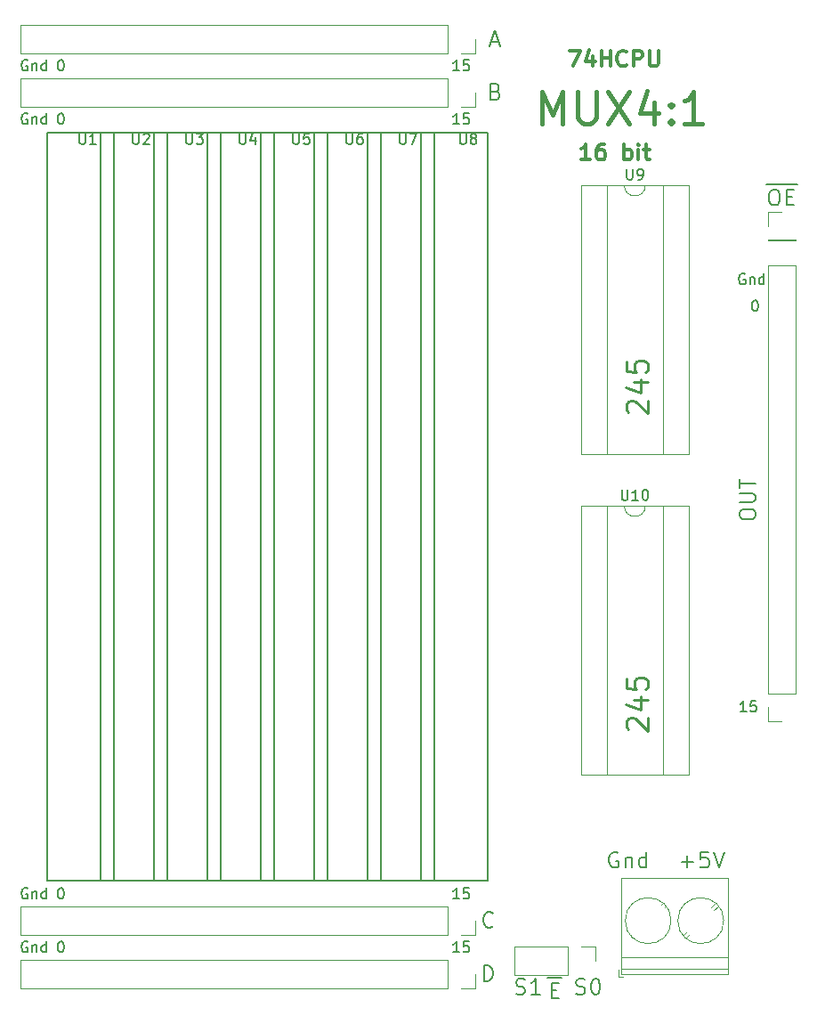
<source format=gbr>
%TF.GenerationSoftware,KiCad,Pcbnew,(5.1.8)-1*%
%TF.CreationDate,2023-06-16T08:46:22+03:00*%
%TF.ProjectId,MUX16bit,4d555831-3662-4697-942e-6b696361645f,rev?*%
%TF.SameCoordinates,Original*%
%TF.FileFunction,Legend,Top*%
%TF.FilePolarity,Positive*%
%FSLAX46Y46*%
G04 Gerber Fmt 4.6, Leading zero omitted, Abs format (unit mm)*
G04 Created by KiCad (PCBNEW (5.1.8)-1) date 2023-06-16 08:46:22*
%MOMM*%
%LPD*%
G01*
G04 APERTURE LIST*
%ADD10C,0.150000*%
%ADD11C,0.250000*%
%ADD12C,0.200000*%
%ADD13C,0.300000*%
%ADD14C,0.400000*%
%ADD15C,0.120000*%
G04 APERTURE END LIST*
D10*
X91392380Y-111212380D02*
X91487619Y-111212380D01*
X91582857Y-111260000D01*
X91630476Y-111307619D01*
X91678095Y-111402857D01*
X91725714Y-111593333D01*
X91725714Y-111831428D01*
X91678095Y-112021904D01*
X91630476Y-112117142D01*
X91582857Y-112164761D01*
X91487619Y-112212380D01*
X91392380Y-112212380D01*
X91297142Y-112164761D01*
X91249523Y-112117142D01*
X91201904Y-112021904D01*
X91154285Y-111831428D01*
X91154285Y-111593333D01*
X91201904Y-111402857D01*
X91249523Y-111307619D01*
X91297142Y-111260000D01*
X91392380Y-111212380D01*
X129349523Y-112212380D02*
X128778095Y-112212380D01*
X129063809Y-112212380D02*
X129063809Y-111212380D01*
X128968571Y-111355238D01*
X128873333Y-111450476D01*
X128778095Y-111498095D01*
X130254285Y-111212380D02*
X129778095Y-111212380D01*
X129730476Y-111688571D01*
X129778095Y-111640952D01*
X129873333Y-111593333D01*
X130111428Y-111593333D01*
X130206666Y-111640952D01*
X130254285Y-111688571D01*
X130301904Y-111783809D01*
X130301904Y-112021904D01*
X130254285Y-112117142D01*
X130206666Y-112164761D01*
X130111428Y-112212380D01*
X129873333Y-112212380D01*
X129778095Y-112164761D01*
X129730476Y-112117142D01*
X129349523Y-28392380D02*
X128778095Y-28392380D01*
X129063809Y-28392380D02*
X129063809Y-27392380D01*
X128968571Y-27535238D01*
X128873333Y-27630476D01*
X128778095Y-27678095D01*
X130254285Y-27392380D02*
X129778095Y-27392380D01*
X129730476Y-27868571D01*
X129778095Y-27820952D01*
X129873333Y-27773333D01*
X130111428Y-27773333D01*
X130206666Y-27820952D01*
X130254285Y-27868571D01*
X130301904Y-27963809D01*
X130301904Y-28201904D01*
X130254285Y-28297142D01*
X130206666Y-28344761D01*
X130111428Y-28392380D01*
X129873333Y-28392380D01*
X129778095Y-28344761D01*
X129730476Y-28297142D01*
X91392380Y-27392380D02*
X91487619Y-27392380D01*
X91582857Y-27440000D01*
X91630476Y-27487619D01*
X91678095Y-27582857D01*
X91725714Y-27773333D01*
X91725714Y-28011428D01*
X91678095Y-28201904D01*
X91630476Y-28297142D01*
X91582857Y-28344761D01*
X91487619Y-28392380D01*
X91392380Y-28392380D01*
X91297142Y-28344761D01*
X91249523Y-28297142D01*
X91201904Y-28201904D01*
X91154285Y-28011428D01*
X91154285Y-27773333D01*
X91201904Y-27582857D01*
X91249523Y-27487619D01*
X91297142Y-27440000D01*
X91392380Y-27392380D01*
X88257142Y-106180000D02*
X88161904Y-106132380D01*
X88019047Y-106132380D01*
X87876190Y-106180000D01*
X87780952Y-106275238D01*
X87733333Y-106370476D01*
X87685714Y-106560952D01*
X87685714Y-106703809D01*
X87733333Y-106894285D01*
X87780952Y-106989523D01*
X87876190Y-107084761D01*
X88019047Y-107132380D01*
X88114285Y-107132380D01*
X88257142Y-107084761D01*
X88304761Y-107037142D01*
X88304761Y-106703809D01*
X88114285Y-106703809D01*
X88733333Y-106465714D02*
X88733333Y-107132380D01*
X88733333Y-106560952D02*
X88780952Y-106513333D01*
X88876190Y-106465714D01*
X89019047Y-106465714D01*
X89114285Y-106513333D01*
X89161904Y-106608571D01*
X89161904Y-107132380D01*
X90066666Y-107132380D02*
X90066666Y-106132380D01*
X90066666Y-107084761D02*
X89971428Y-107132380D01*
X89780952Y-107132380D01*
X89685714Y-107084761D01*
X89638095Y-107037142D01*
X89590476Y-106941904D01*
X89590476Y-106656190D01*
X89638095Y-106560952D01*
X89685714Y-106513333D01*
X89780952Y-106465714D01*
X89971428Y-106465714D01*
X90066666Y-106513333D01*
X88257142Y-111260000D02*
X88161904Y-111212380D01*
X88019047Y-111212380D01*
X87876190Y-111260000D01*
X87780952Y-111355238D01*
X87733333Y-111450476D01*
X87685714Y-111640952D01*
X87685714Y-111783809D01*
X87733333Y-111974285D01*
X87780952Y-112069523D01*
X87876190Y-112164761D01*
X88019047Y-112212380D01*
X88114285Y-112212380D01*
X88257142Y-112164761D01*
X88304761Y-112117142D01*
X88304761Y-111783809D01*
X88114285Y-111783809D01*
X88733333Y-111545714D02*
X88733333Y-112212380D01*
X88733333Y-111640952D02*
X88780952Y-111593333D01*
X88876190Y-111545714D01*
X89019047Y-111545714D01*
X89114285Y-111593333D01*
X89161904Y-111688571D01*
X89161904Y-112212380D01*
X90066666Y-112212380D02*
X90066666Y-111212380D01*
X90066666Y-112164761D02*
X89971428Y-112212380D01*
X89780952Y-112212380D01*
X89685714Y-112164761D01*
X89638095Y-112117142D01*
X89590476Y-112021904D01*
X89590476Y-111736190D01*
X89638095Y-111640952D01*
X89685714Y-111593333D01*
X89780952Y-111545714D01*
X89971428Y-111545714D01*
X90066666Y-111593333D01*
X88257142Y-32520000D02*
X88161904Y-32472380D01*
X88019047Y-32472380D01*
X87876190Y-32520000D01*
X87780952Y-32615238D01*
X87733333Y-32710476D01*
X87685714Y-32900952D01*
X87685714Y-33043809D01*
X87733333Y-33234285D01*
X87780952Y-33329523D01*
X87876190Y-33424761D01*
X88019047Y-33472380D01*
X88114285Y-33472380D01*
X88257142Y-33424761D01*
X88304761Y-33377142D01*
X88304761Y-33043809D01*
X88114285Y-33043809D01*
X88733333Y-32805714D02*
X88733333Y-33472380D01*
X88733333Y-32900952D02*
X88780952Y-32853333D01*
X88876190Y-32805714D01*
X89019047Y-32805714D01*
X89114285Y-32853333D01*
X89161904Y-32948571D01*
X89161904Y-33472380D01*
X90066666Y-33472380D02*
X90066666Y-32472380D01*
X90066666Y-33424761D02*
X89971428Y-33472380D01*
X89780952Y-33472380D01*
X89685714Y-33424761D01*
X89638095Y-33377142D01*
X89590476Y-33281904D01*
X89590476Y-32996190D01*
X89638095Y-32900952D01*
X89685714Y-32853333D01*
X89780952Y-32805714D01*
X89971428Y-32805714D01*
X90066666Y-32853333D01*
X88257142Y-27440000D02*
X88161904Y-27392380D01*
X88019047Y-27392380D01*
X87876190Y-27440000D01*
X87780952Y-27535238D01*
X87733333Y-27630476D01*
X87685714Y-27820952D01*
X87685714Y-27963809D01*
X87733333Y-28154285D01*
X87780952Y-28249523D01*
X87876190Y-28344761D01*
X88019047Y-28392380D01*
X88114285Y-28392380D01*
X88257142Y-28344761D01*
X88304761Y-28297142D01*
X88304761Y-27963809D01*
X88114285Y-27963809D01*
X88733333Y-27725714D02*
X88733333Y-28392380D01*
X88733333Y-27820952D02*
X88780952Y-27773333D01*
X88876190Y-27725714D01*
X89019047Y-27725714D01*
X89114285Y-27773333D01*
X89161904Y-27868571D01*
X89161904Y-28392380D01*
X90066666Y-28392380D02*
X90066666Y-27392380D01*
X90066666Y-28344761D02*
X89971428Y-28392380D01*
X89780952Y-28392380D01*
X89685714Y-28344761D01*
X89638095Y-28297142D01*
X89590476Y-28201904D01*
X89590476Y-27916190D01*
X89638095Y-27820952D01*
X89685714Y-27773333D01*
X89780952Y-27725714D01*
X89971428Y-27725714D01*
X90066666Y-27773333D01*
X156519642Y-47760000D02*
X156424404Y-47712380D01*
X156281547Y-47712380D01*
X156138690Y-47760000D01*
X156043452Y-47855238D01*
X155995833Y-47950476D01*
X155948214Y-48140952D01*
X155948214Y-48283809D01*
X155995833Y-48474285D01*
X156043452Y-48569523D01*
X156138690Y-48664761D01*
X156281547Y-48712380D01*
X156376785Y-48712380D01*
X156519642Y-48664761D01*
X156567261Y-48617142D01*
X156567261Y-48283809D01*
X156376785Y-48283809D01*
X156995833Y-48045714D02*
X156995833Y-48712380D01*
X156995833Y-48140952D02*
X157043452Y-48093333D01*
X157138690Y-48045714D01*
X157281547Y-48045714D01*
X157376785Y-48093333D01*
X157424404Y-48188571D01*
X157424404Y-48712380D01*
X158329166Y-48712380D02*
X158329166Y-47712380D01*
X158329166Y-48664761D02*
X158233928Y-48712380D01*
X158043452Y-48712380D01*
X157948214Y-48664761D01*
X157900595Y-48617142D01*
X157852976Y-48521904D01*
X157852976Y-48236190D01*
X157900595Y-48140952D01*
X157948214Y-48093333D01*
X158043452Y-48045714D01*
X158233928Y-48045714D01*
X158329166Y-48093333D01*
D11*
X145462738Y-91058690D02*
X145367500Y-90963452D01*
X145272261Y-90772976D01*
X145272261Y-90296785D01*
X145367500Y-90106309D01*
X145462738Y-90011071D01*
X145653214Y-89915833D01*
X145843690Y-89915833D01*
X146129404Y-90011071D01*
X147272261Y-91153928D01*
X147272261Y-89915833D01*
X145938928Y-88201547D02*
X147272261Y-88201547D01*
X145177023Y-88677738D02*
X146605595Y-89153928D01*
X146605595Y-87915833D01*
X145272261Y-86201547D02*
X145272261Y-87153928D01*
X146224642Y-87249166D01*
X146129404Y-87153928D01*
X146034166Y-86963452D01*
X146034166Y-86487261D01*
X146129404Y-86296785D01*
X146224642Y-86201547D01*
X146415119Y-86106309D01*
X146891309Y-86106309D01*
X147081785Y-86201547D01*
X147177023Y-86296785D01*
X147272261Y-86487261D01*
X147272261Y-86963452D01*
X147177023Y-87153928D01*
X147081785Y-87249166D01*
X145462738Y-60896190D02*
X145367500Y-60800952D01*
X145272261Y-60610476D01*
X145272261Y-60134285D01*
X145367500Y-59943809D01*
X145462738Y-59848571D01*
X145653214Y-59753333D01*
X145843690Y-59753333D01*
X146129404Y-59848571D01*
X147272261Y-60991428D01*
X147272261Y-59753333D01*
X145938928Y-58039047D02*
X147272261Y-58039047D01*
X145177023Y-58515238D02*
X146605595Y-58991428D01*
X146605595Y-57753333D01*
X145272261Y-56039047D02*
X145272261Y-56991428D01*
X146224642Y-57086666D01*
X146129404Y-56991428D01*
X146034166Y-56800952D01*
X146034166Y-56324761D01*
X146129404Y-56134285D01*
X146224642Y-56039047D01*
X146415119Y-55943809D01*
X146891309Y-55943809D01*
X147081785Y-56039047D01*
X147177023Y-56134285D01*
X147272261Y-56324761D01*
X147272261Y-56800952D01*
X147177023Y-56991428D01*
X147081785Y-57086666D01*
D12*
X158555714Y-39173000D02*
X160127142Y-39173000D01*
X159198571Y-39691571D02*
X159484285Y-39691571D01*
X159627142Y-39763000D01*
X159770000Y-39905857D01*
X159841428Y-40191571D01*
X159841428Y-40691571D01*
X159770000Y-40977285D01*
X159627142Y-41120142D01*
X159484285Y-41191571D01*
X159198571Y-41191571D01*
X159055714Y-41120142D01*
X158912857Y-40977285D01*
X158841428Y-40691571D01*
X158841428Y-40191571D01*
X158912857Y-39905857D01*
X159055714Y-39763000D01*
X159198571Y-39691571D01*
X160127142Y-39173000D02*
X161484285Y-39173000D01*
X160484285Y-40405857D02*
X160984285Y-40405857D01*
X161198571Y-41191571D02*
X160484285Y-41191571D01*
X160484285Y-39691571D01*
X161198571Y-39691571D01*
D13*
X141823571Y-36873571D02*
X140966428Y-36873571D01*
X141395000Y-36873571D02*
X141395000Y-35373571D01*
X141252142Y-35587857D01*
X141109285Y-35730714D01*
X140966428Y-35802142D01*
X143109285Y-35373571D02*
X142823571Y-35373571D01*
X142680714Y-35445000D01*
X142609285Y-35516428D01*
X142466428Y-35730714D01*
X142395000Y-36016428D01*
X142395000Y-36587857D01*
X142466428Y-36730714D01*
X142537857Y-36802142D01*
X142680714Y-36873571D01*
X142966428Y-36873571D01*
X143109285Y-36802142D01*
X143180714Y-36730714D01*
X143252142Y-36587857D01*
X143252142Y-36230714D01*
X143180714Y-36087857D01*
X143109285Y-36016428D01*
X142966428Y-35945000D01*
X142680714Y-35945000D01*
X142537857Y-36016428D01*
X142466428Y-36087857D01*
X142395000Y-36230714D01*
X145037857Y-36873571D02*
X145037857Y-35373571D01*
X145037857Y-35945000D02*
X145180714Y-35873571D01*
X145466428Y-35873571D01*
X145609285Y-35945000D01*
X145680714Y-36016428D01*
X145752142Y-36159285D01*
X145752142Y-36587857D01*
X145680714Y-36730714D01*
X145609285Y-36802142D01*
X145466428Y-36873571D01*
X145180714Y-36873571D01*
X145037857Y-36802142D01*
X146395000Y-36873571D02*
X146395000Y-35873571D01*
X146395000Y-35373571D02*
X146323571Y-35445000D01*
X146395000Y-35516428D01*
X146466428Y-35445000D01*
X146395000Y-35373571D01*
X146395000Y-35516428D01*
X146895000Y-35873571D02*
X147466428Y-35873571D01*
X147109285Y-35373571D02*
X147109285Y-36659285D01*
X147180714Y-36802142D01*
X147323571Y-36873571D01*
X147466428Y-36873571D01*
D14*
X137208571Y-33424642D02*
X137208571Y-30424642D01*
X138208571Y-32567500D01*
X139208571Y-30424642D01*
X139208571Y-33424642D01*
X140637142Y-30424642D02*
X140637142Y-32853214D01*
X140780000Y-33138928D01*
X140922857Y-33281785D01*
X141208571Y-33424642D01*
X141780000Y-33424642D01*
X142065714Y-33281785D01*
X142208571Y-33138928D01*
X142351428Y-32853214D01*
X142351428Y-30424642D01*
X143494285Y-30424642D02*
X145494285Y-33424642D01*
X145494285Y-30424642D02*
X143494285Y-33424642D01*
X147922857Y-31424642D02*
X147922857Y-33424642D01*
X147208571Y-30281785D02*
X146494285Y-32424642D01*
X148351428Y-32424642D01*
X149494285Y-33138928D02*
X149637142Y-33281785D01*
X149494285Y-33424642D01*
X149351428Y-33281785D01*
X149494285Y-33138928D01*
X149494285Y-33424642D01*
X149494285Y-31567500D02*
X149637142Y-31710357D01*
X149494285Y-31853214D01*
X149351428Y-31710357D01*
X149494285Y-31567500D01*
X149494285Y-31853214D01*
X152494285Y-33424642D02*
X150780000Y-33424642D01*
X151637142Y-33424642D02*
X151637142Y-30424642D01*
X151351428Y-30853214D01*
X151065714Y-31138928D01*
X150780000Y-31281785D01*
D13*
X139859285Y-26483571D02*
X140859285Y-26483571D01*
X140216428Y-27983571D01*
X142073571Y-26983571D02*
X142073571Y-27983571D01*
X141716428Y-26412142D02*
X141359285Y-27483571D01*
X142287857Y-27483571D01*
X142859285Y-27983571D02*
X142859285Y-26483571D01*
X142859285Y-27197857D02*
X143716428Y-27197857D01*
X143716428Y-27983571D02*
X143716428Y-26483571D01*
X145287857Y-27840714D02*
X145216428Y-27912142D01*
X145002142Y-27983571D01*
X144859285Y-27983571D01*
X144645000Y-27912142D01*
X144502142Y-27769285D01*
X144430714Y-27626428D01*
X144359285Y-27340714D01*
X144359285Y-27126428D01*
X144430714Y-26840714D01*
X144502142Y-26697857D01*
X144645000Y-26555000D01*
X144859285Y-26483571D01*
X145002142Y-26483571D01*
X145216428Y-26555000D01*
X145287857Y-26626428D01*
X145930714Y-27983571D02*
X145930714Y-26483571D01*
X146502142Y-26483571D01*
X146645000Y-26555000D01*
X146716428Y-26626428D01*
X146787857Y-26769285D01*
X146787857Y-26983571D01*
X146716428Y-27126428D01*
X146645000Y-27197857D01*
X146502142Y-27269285D01*
X145930714Y-27269285D01*
X147430714Y-26483571D02*
X147430714Y-27697857D01*
X147502142Y-27840714D01*
X147573571Y-27912142D01*
X147716428Y-27983571D01*
X148002142Y-27983571D01*
X148145000Y-27912142D01*
X148216428Y-27840714D01*
X148287857Y-27697857D01*
X148287857Y-26483571D01*
D10*
X156654523Y-89352380D02*
X156083095Y-89352380D01*
X156368809Y-89352380D02*
X156368809Y-88352380D01*
X156273571Y-88495238D01*
X156178333Y-88590476D01*
X156083095Y-88638095D01*
X157559285Y-88352380D02*
X157083095Y-88352380D01*
X157035476Y-88828571D01*
X157083095Y-88780952D01*
X157178333Y-88733333D01*
X157416428Y-88733333D01*
X157511666Y-88780952D01*
X157559285Y-88828571D01*
X157606904Y-88923809D01*
X157606904Y-89161904D01*
X157559285Y-89257142D01*
X157511666Y-89304761D01*
X157416428Y-89352380D01*
X157178333Y-89352380D01*
X157083095Y-89304761D01*
X157035476Y-89257142D01*
X157432380Y-50252380D02*
X157527619Y-50252380D01*
X157622857Y-50300000D01*
X157670476Y-50347619D01*
X157718095Y-50442857D01*
X157765714Y-50633333D01*
X157765714Y-50871428D01*
X157718095Y-51061904D01*
X157670476Y-51157142D01*
X157622857Y-51204761D01*
X157527619Y-51252380D01*
X157432380Y-51252380D01*
X157337142Y-51204761D01*
X157289523Y-51157142D01*
X157241904Y-51061904D01*
X157194285Y-50871428D01*
X157194285Y-50633333D01*
X157241904Y-50442857D01*
X157289523Y-50347619D01*
X157337142Y-50300000D01*
X157432380Y-50252380D01*
D12*
X156023571Y-70715000D02*
X156023571Y-70429285D01*
X156095000Y-70286428D01*
X156237857Y-70143571D01*
X156523571Y-70072142D01*
X157023571Y-70072142D01*
X157309285Y-70143571D01*
X157452142Y-70286428D01*
X157523571Y-70429285D01*
X157523571Y-70715000D01*
X157452142Y-70857857D01*
X157309285Y-71000714D01*
X157023571Y-71072142D01*
X156523571Y-71072142D01*
X156237857Y-71000714D01*
X156095000Y-70857857D01*
X156023571Y-70715000D01*
X156023571Y-69429285D02*
X157237857Y-69429285D01*
X157380714Y-69357857D01*
X157452142Y-69286428D01*
X157523571Y-69143571D01*
X157523571Y-68857857D01*
X157452142Y-68715000D01*
X157380714Y-68643571D01*
X157237857Y-68572142D01*
X156023571Y-68572142D01*
X156023571Y-68072142D02*
X156023571Y-67215000D01*
X157523571Y-67643571D02*
X156023571Y-67643571D01*
X150471428Y-103612142D02*
X151614285Y-103612142D01*
X151042857Y-104183571D02*
X151042857Y-103040714D01*
X153042857Y-102683571D02*
X152328571Y-102683571D01*
X152257142Y-103397857D01*
X152328571Y-103326428D01*
X152471428Y-103255000D01*
X152828571Y-103255000D01*
X152971428Y-103326428D01*
X153042857Y-103397857D01*
X153114285Y-103540714D01*
X153114285Y-103897857D01*
X153042857Y-104040714D01*
X152971428Y-104112142D01*
X152828571Y-104183571D01*
X152471428Y-104183571D01*
X152328571Y-104112142D01*
X152257142Y-104040714D01*
X153542857Y-102683571D02*
X154042857Y-104183571D01*
X154542857Y-102683571D01*
X144450714Y-102755000D02*
X144307857Y-102683571D01*
X144093571Y-102683571D01*
X143879285Y-102755000D01*
X143736428Y-102897857D01*
X143665000Y-103040714D01*
X143593571Y-103326428D01*
X143593571Y-103540714D01*
X143665000Y-103826428D01*
X143736428Y-103969285D01*
X143879285Y-104112142D01*
X144093571Y-104183571D01*
X144236428Y-104183571D01*
X144450714Y-104112142D01*
X144522142Y-104040714D01*
X144522142Y-103540714D01*
X144236428Y-103540714D01*
X145165000Y-103183571D02*
X145165000Y-104183571D01*
X145165000Y-103326428D02*
X145236428Y-103255000D01*
X145379285Y-103183571D01*
X145593571Y-103183571D01*
X145736428Y-103255000D01*
X145807857Y-103397857D01*
X145807857Y-104183571D01*
X147165000Y-104183571D02*
X147165000Y-102683571D01*
X147165000Y-104112142D02*
X147022142Y-104183571D01*
X146736428Y-104183571D01*
X146593571Y-104112142D01*
X146522142Y-104040714D01*
X146450714Y-103897857D01*
X146450714Y-103469285D01*
X146522142Y-103326428D01*
X146593571Y-103255000D01*
X146736428Y-103183571D01*
X147022142Y-103183571D01*
X147165000Y-103255000D01*
X140462142Y-116177142D02*
X140676428Y-116248571D01*
X141033571Y-116248571D01*
X141176428Y-116177142D01*
X141247857Y-116105714D01*
X141319285Y-115962857D01*
X141319285Y-115820000D01*
X141247857Y-115677142D01*
X141176428Y-115605714D01*
X141033571Y-115534285D01*
X140747857Y-115462857D01*
X140605000Y-115391428D01*
X140533571Y-115320000D01*
X140462142Y-115177142D01*
X140462142Y-115034285D01*
X140533571Y-114891428D01*
X140605000Y-114820000D01*
X140747857Y-114748571D01*
X141105000Y-114748571D01*
X141319285Y-114820000D01*
X142247857Y-114748571D02*
X142390714Y-114748571D01*
X142533571Y-114820000D01*
X142605000Y-114891428D01*
X142676428Y-115034285D01*
X142747857Y-115320000D01*
X142747857Y-115677142D01*
X142676428Y-115962857D01*
X142605000Y-116105714D01*
X142533571Y-116177142D01*
X142390714Y-116248571D01*
X142247857Y-116248571D01*
X142105000Y-116177142D01*
X142033571Y-116105714D01*
X141962142Y-115962857D01*
X141890714Y-115677142D01*
X141890714Y-115320000D01*
X141962142Y-115034285D01*
X142033571Y-114891428D01*
X142105000Y-114820000D01*
X142247857Y-114748571D01*
X137751428Y-114611000D02*
X139108571Y-114611000D01*
X138108571Y-115843857D02*
X138608571Y-115843857D01*
X138822857Y-116629571D02*
X138108571Y-116629571D01*
X138108571Y-115129571D01*
X138822857Y-115129571D01*
X134747142Y-116177142D02*
X134961428Y-116248571D01*
X135318571Y-116248571D01*
X135461428Y-116177142D01*
X135532857Y-116105714D01*
X135604285Y-115962857D01*
X135604285Y-115820000D01*
X135532857Y-115677142D01*
X135461428Y-115605714D01*
X135318571Y-115534285D01*
X135032857Y-115462857D01*
X134890000Y-115391428D01*
X134818571Y-115320000D01*
X134747142Y-115177142D01*
X134747142Y-115034285D01*
X134818571Y-114891428D01*
X134890000Y-114820000D01*
X135032857Y-114748571D01*
X135390000Y-114748571D01*
X135604285Y-114820000D01*
X137032857Y-116248571D02*
X136175714Y-116248571D01*
X136604285Y-116248571D02*
X136604285Y-114748571D01*
X136461428Y-114962857D01*
X136318571Y-115105714D01*
X136175714Y-115177142D01*
X131687142Y-114978571D02*
X131687142Y-113478571D01*
X132044285Y-113478571D01*
X132258571Y-113550000D01*
X132401428Y-113692857D01*
X132472857Y-113835714D01*
X132544285Y-114121428D01*
X132544285Y-114335714D01*
X132472857Y-114621428D01*
X132401428Y-114764285D01*
X132258571Y-114907142D01*
X132044285Y-114978571D01*
X131687142Y-114978571D01*
X132544285Y-109755714D02*
X132472857Y-109827142D01*
X132258571Y-109898571D01*
X132115714Y-109898571D01*
X131901428Y-109827142D01*
X131758571Y-109684285D01*
X131687142Y-109541428D01*
X131615714Y-109255714D01*
X131615714Y-109041428D01*
X131687142Y-108755714D01*
X131758571Y-108612857D01*
X131901428Y-108470000D01*
X132115714Y-108398571D01*
X132258571Y-108398571D01*
X132472857Y-108470000D01*
X132544285Y-108541428D01*
X132822142Y-30372857D02*
X133036428Y-30444285D01*
X133107857Y-30515714D01*
X133179285Y-30658571D01*
X133179285Y-30872857D01*
X133107857Y-31015714D01*
X133036428Y-31087142D01*
X132893571Y-31158571D01*
X132322142Y-31158571D01*
X132322142Y-29658571D01*
X132822142Y-29658571D01*
X132965000Y-29730000D01*
X133036428Y-29801428D01*
X133107857Y-29944285D01*
X133107857Y-30087142D01*
X133036428Y-30230000D01*
X132965000Y-30301428D01*
X132822142Y-30372857D01*
X132322142Y-30372857D01*
X132357857Y-25650000D02*
X133072142Y-25650000D01*
X132215000Y-26078571D02*
X132715000Y-24578571D01*
X133215000Y-26078571D01*
D10*
X129349523Y-107132380D02*
X128778095Y-107132380D01*
X129063809Y-107132380D02*
X129063809Y-106132380D01*
X128968571Y-106275238D01*
X128873333Y-106370476D01*
X128778095Y-106418095D01*
X130254285Y-106132380D02*
X129778095Y-106132380D01*
X129730476Y-106608571D01*
X129778095Y-106560952D01*
X129873333Y-106513333D01*
X130111428Y-106513333D01*
X130206666Y-106560952D01*
X130254285Y-106608571D01*
X130301904Y-106703809D01*
X130301904Y-106941904D01*
X130254285Y-107037142D01*
X130206666Y-107084761D01*
X130111428Y-107132380D01*
X129873333Y-107132380D01*
X129778095Y-107084761D01*
X129730476Y-107037142D01*
X91392380Y-106132380D02*
X91487619Y-106132380D01*
X91582857Y-106180000D01*
X91630476Y-106227619D01*
X91678095Y-106322857D01*
X91725714Y-106513333D01*
X91725714Y-106751428D01*
X91678095Y-106941904D01*
X91630476Y-107037142D01*
X91582857Y-107084761D01*
X91487619Y-107132380D01*
X91392380Y-107132380D01*
X91297142Y-107084761D01*
X91249523Y-107037142D01*
X91201904Y-106941904D01*
X91154285Y-106751428D01*
X91154285Y-106513333D01*
X91201904Y-106322857D01*
X91249523Y-106227619D01*
X91297142Y-106180000D01*
X91392380Y-106132380D01*
X129349523Y-33472380D02*
X128778095Y-33472380D01*
X129063809Y-33472380D02*
X129063809Y-32472380D01*
X128968571Y-32615238D01*
X128873333Y-32710476D01*
X128778095Y-32758095D01*
X130254285Y-32472380D02*
X129778095Y-32472380D01*
X129730476Y-32948571D01*
X129778095Y-32900952D01*
X129873333Y-32853333D01*
X130111428Y-32853333D01*
X130206666Y-32900952D01*
X130254285Y-32948571D01*
X130301904Y-33043809D01*
X130301904Y-33281904D01*
X130254285Y-33377142D01*
X130206666Y-33424761D01*
X130111428Y-33472380D01*
X129873333Y-33472380D01*
X129778095Y-33424761D01*
X129730476Y-33377142D01*
X91392380Y-32472380D02*
X91487619Y-32472380D01*
X91582857Y-32520000D01*
X91630476Y-32567619D01*
X91678095Y-32662857D01*
X91725714Y-32853333D01*
X91725714Y-33091428D01*
X91678095Y-33281904D01*
X91630476Y-33377142D01*
X91582857Y-33424761D01*
X91487619Y-33472380D01*
X91392380Y-33472380D01*
X91297142Y-33424761D01*
X91249523Y-33377142D01*
X91201904Y-33281904D01*
X91154285Y-33091428D01*
X91154285Y-32853333D01*
X91201904Y-32662857D01*
X91249523Y-32567619D01*
X91297142Y-32520000D01*
X91392380Y-32472380D01*
D15*
%TO.C,J5*%
X161350000Y-87630000D02*
X158690000Y-87630000D01*
X161350000Y-87630000D02*
X161350000Y-46930000D01*
X161350000Y-46930000D02*
X158690000Y-46930000D01*
X158690000Y-87630000D02*
X158690000Y-46930000D01*
X158690000Y-90230000D02*
X158690000Y-88900000D01*
X160020000Y-90230000D02*
X158690000Y-90230000D01*
%TO.C,J4*%
X128270000Y-112970000D02*
X128270000Y-115630000D01*
X128270000Y-112970000D02*
X87570000Y-112970000D01*
X87570000Y-112970000D02*
X87570000Y-115630000D01*
X128270000Y-115630000D02*
X87570000Y-115630000D01*
X130870000Y-115630000D02*
X129540000Y-115630000D01*
X130870000Y-114300000D02*
X130870000Y-115630000D01*
%TO.C,J3*%
X128270000Y-107890000D02*
X128270000Y-110550000D01*
X128270000Y-107890000D02*
X87570000Y-107890000D01*
X87570000Y-107890000D02*
X87570000Y-110550000D01*
X128270000Y-110550000D02*
X87570000Y-110550000D01*
X130870000Y-110550000D02*
X129540000Y-110550000D01*
X130870000Y-109220000D02*
X130870000Y-110550000D01*
%TO.C,J2*%
X128270000Y-29150000D02*
X128270000Y-31810000D01*
X128270000Y-29150000D02*
X87570000Y-29150000D01*
X87570000Y-29150000D02*
X87570000Y-31810000D01*
X128270000Y-31810000D02*
X87570000Y-31810000D01*
X130870000Y-31810000D02*
X129540000Y-31810000D01*
X130870000Y-30480000D02*
X130870000Y-31810000D01*
%TO.C,J1*%
X128270000Y-24070000D02*
X128270000Y-26730000D01*
X128270000Y-24070000D02*
X87570000Y-24070000D01*
X87570000Y-24070000D02*
X87570000Y-26730000D01*
X128270000Y-26730000D02*
X87570000Y-26730000D01*
X130870000Y-26730000D02*
X129540000Y-26730000D01*
X130870000Y-25400000D02*
X130870000Y-26730000D01*
%TO.C,J8*%
X144520000Y-114520000D02*
X144920000Y-114520000D01*
X144520000Y-113880000D02*
X144520000Y-114520000D01*
X151062000Y-110212000D02*
X150667000Y-110608000D01*
X153708000Y-107566000D02*
X153328000Y-107946000D01*
X151313000Y-110494000D02*
X150933000Y-110874000D01*
X153974000Y-107832000D02*
X153579000Y-108228000D01*
X145772000Y-110501000D02*
X145666000Y-110608000D01*
X148708000Y-107566000D02*
X148601000Y-107673000D01*
X146038000Y-110767000D02*
X145932000Y-110874000D01*
X148974000Y-107832000D02*
X148867000Y-107939000D01*
X154880000Y-105160000D02*
X154880000Y-114280000D01*
X144760000Y-105160000D02*
X144760000Y-114280000D01*
X144760000Y-114280000D02*
X154880000Y-114280000D01*
X144760000Y-105160000D02*
X154880000Y-105160000D01*
X144760000Y-112720000D02*
X154880000Y-112720000D01*
X144760000Y-113820000D02*
X154880000Y-113820000D01*
X154500000Y-109220000D02*
G75*
G03*
X154500000Y-109220000I-2180000J0D01*
G01*
X149500000Y-109220000D02*
G75*
G03*
X149500000Y-109220000I-2180000J0D01*
G01*
%TO.C,J7*%
X142300000Y-111700000D02*
X142300000Y-113030000D01*
X140970000Y-111700000D02*
X142300000Y-111700000D01*
X139700000Y-111700000D02*
X139700000Y-114360000D01*
X139700000Y-114360000D02*
X134560000Y-114360000D01*
X139700000Y-111700000D02*
X134560000Y-111700000D01*
X134560000Y-111700000D02*
X134560000Y-114360000D01*
%TO.C,J6*%
X158690000Y-41850000D02*
X160020000Y-41850000D01*
X158690000Y-43180000D02*
X158690000Y-41850000D01*
X158690000Y-44450000D02*
X161350000Y-44450000D01*
X161350000Y-44450000D02*
X161350000Y-44510000D01*
X158690000Y-44450000D02*
X158690000Y-44510000D01*
X158690000Y-44510000D02*
X161350000Y-44510000D01*
D10*
%TO.C,U8*%
X125730000Y-34290000D02*
X132080000Y-34290000D01*
X132080000Y-34290000D02*
X132080000Y-105410000D01*
X132080000Y-105410000D02*
X125730000Y-105410000D01*
X125730000Y-105410000D02*
X125730000Y-34290000D01*
%TO.C,U7*%
X120650000Y-34290000D02*
X127000000Y-34290000D01*
X127000000Y-34290000D02*
X127000000Y-105410000D01*
X127000000Y-105410000D02*
X120650000Y-105410000D01*
X120650000Y-105410000D02*
X120650000Y-34290000D01*
%TO.C,U6*%
X115570000Y-34290000D02*
X121920000Y-34290000D01*
X121920000Y-34290000D02*
X121920000Y-105410000D01*
X121920000Y-105410000D02*
X115570000Y-105410000D01*
X115570000Y-105410000D02*
X115570000Y-34290000D01*
%TO.C,U5*%
X110490000Y-34290000D02*
X116840000Y-34290000D01*
X116840000Y-34290000D02*
X116840000Y-105410000D01*
X116840000Y-105410000D02*
X110490000Y-105410000D01*
X110490000Y-105410000D02*
X110490000Y-34290000D01*
%TO.C,U4*%
X105410000Y-34290000D02*
X111760000Y-34290000D01*
X111760000Y-34290000D02*
X111760000Y-105410000D01*
X111760000Y-105410000D02*
X105410000Y-105410000D01*
X105410000Y-105410000D02*
X105410000Y-34290000D01*
%TO.C,U3*%
X100330000Y-34290000D02*
X106680000Y-34290000D01*
X106680000Y-34290000D02*
X106680000Y-105410000D01*
X106680000Y-105410000D02*
X100330000Y-105410000D01*
X100330000Y-105410000D02*
X100330000Y-34290000D01*
%TO.C,U2*%
X95250000Y-34290000D02*
X101600000Y-34290000D01*
X101600000Y-34290000D02*
X101600000Y-105410000D01*
X101600000Y-105410000D02*
X95250000Y-105410000D01*
X95250000Y-105410000D02*
X95250000Y-34290000D01*
%TO.C,U1*%
X90170000Y-34290000D02*
X96520000Y-34290000D01*
X96520000Y-34290000D02*
X96520000Y-105410000D01*
X96520000Y-105410000D02*
X90170000Y-105410000D01*
X90170000Y-105410000D02*
X90170000Y-34290000D01*
D15*
%TO.C,U10*%
X145050000Y-69790000D02*
X143400000Y-69790000D01*
X143400000Y-69790000D02*
X143400000Y-95310000D01*
X143400000Y-95310000D02*
X148700000Y-95310000D01*
X148700000Y-95310000D02*
X148700000Y-69790000D01*
X148700000Y-69790000D02*
X147050000Y-69790000D01*
X140910000Y-69730000D02*
X140910000Y-95370000D01*
X140910000Y-95370000D02*
X151190000Y-95370000D01*
X151190000Y-95370000D02*
X151190000Y-69730000D01*
X151190000Y-69730000D02*
X140910000Y-69730000D01*
X147050000Y-69790000D02*
G75*
G02*
X145050000Y-69790000I-1000000J0D01*
G01*
%TO.C,U9*%
X145050000Y-39310000D02*
X143400000Y-39310000D01*
X143400000Y-39310000D02*
X143400000Y-64830000D01*
X143400000Y-64830000D02*
X148700000Y-64830000D01*
X148700000Y-64830000D02*
X148700000Y-39310000D01*
X148700000Y-39310000D02*
X147050000Y-39310000D01*
X140910000Y-39250000D02*
X140910000Y-64890000D01*
X140910000Y-64890000D02*
X151190000Y-64890000D01*
X151190000Y-64890000D02*
X151190000Y-39250000D01*
X151190000Y-39250000D02*
X140910000Y-39250000D01*
X147050000Y-39310000D02*
G75*
G02*
X145050000Y-39310000I-1000000J0D01*
G01*
%TO.C,U8*%
D10*
X129413095Y-34377380D02*
X129413095Y-35186904D01*
X129460714Y-35282142D01*
X129508333Y-35329761D01*
X129603571Y-35377380D01*
X129794047Y-35377380D01*
X129889285Y-35329761D01*
X129936904Y-35282142D01*
X129984523Y-35186904D01*
X129984523Y-34377380D01*
X130603571Y-34805952D02*
X130508333Y-34758333D01*
X130460714Y-34710714D01*
X130413095Y-34615476D01*
X130413095Y-34567857D01*
X130460714Y-34472619D01*
X130508333Y-34425000D01*
X130603571Y-34377380D01*
X130794047Y-34377380D01*
X130889285Y-34425000D01*
X130936904Y-34472619D01*
X130984523Y-34567857D01*
X130984523Y-34615476D01*
X130936904Y-34710714D01*
X130889285Y-34758333D01*
X130794047Y-34805952D01*
X130603571Y-34805952D01*
X130508333Y-34853571D01*
X130460714Y-34901190D01*
X130413095Y-34996428D01*
X130413095Y-35186904D01*
X130460714Y-35282142D01*
X130508333Y-35329761D01*
X130603571Y-35377380D01*
X130794047Y-35377380D01*
X130889285Y-35329761D01*
X130936904Y-35282142D01*
X130984523Y-35186904D01*
X130984523Y-34996428D01*
X130936904Y-34901190D01*
X130889285Y-34853571D01*
X130794047Y-34805952D01*
%TO.C,U7*%
X123698095Y-34377380D02*
X123698095Y-35186904D01*
X123745714Y-35282142D01*
X123793333Y-35329761D01*
X123888571Y-35377380D01*
X124079047Y-35377380D01*
X124174285Y-35329761D01*
X124221904Y-35282142D01*
X124269523Y-35186904D01*
X124269523Y-34377380D01*
X124650476Y-34377380D02*
X125317142Y-34377380D01*
X124888571Y-35377380D01*
%TO.C,U6*%
X118618095Y-34377380D02*
X118618095Y-35186904D01*
X118665714Y-35282142D01*
X118713333Y-35329761D01*
X118808571Y-35377380D01*
X118999047Y-35377380D01*
X119094285Y-35329761D01*
X119141904Y-35282142D01*
X119189523Y-35186904D01*
X119189523Y-34377380D01*
X120094285Y-34377380D02*
X119903809Y-34377380D01*
X119808571Y-34425000D01*
X119760952Y-34472619D01*
X119665714Y-34615476D01*
X119618095Y-34805952D01*
X119618095Y-35186904D01*
X119665714Y-35282142D01*
X119713333Y-35329761D01*
X119808571Y-35377380D01*
X119999047Y-35377380D01*
X120094285Y-35329761D01*
X120141904Y-35282142D01*
X120189523Y-35186904D01*
X120189523Y-34948809D01*
X120141904Y-34853571D01*
X120094285Y-34805952D01*
X119999047Y-34758333D01*
X119808571Y-34758333D01*
X119713333Y-34805952D01*
X119665714Y-34853571D01*
X119618095Y-34948809D01*
%TO.C,U5*%
X113538095Y-34377380D02*
X113538095Y-35186904D01*
X113585714Y-35282142D01*
X113633333Y-35329761D01*
X113728571Y-35377380D01*
X113919047Y-35377380D01*
X114014285Y-35329761D01*
X114061904Y-35282142D01*
X114109523Y-35186904D01*
X114109523Y-34377380D01*
X115061904Y-34377380D02*
X114585714Y-34377380D01*
X114538095Y-34853571D01*
X114585714Y-34805952D01*
X114680952Y-34758333D01*
X114919047Y-34758333D01*
X115014285Y-34805952D01*
X115061904Y-34853571D01*
X115109523Y-34948809D01*
X115109523Y-35186904D01*
X115061904Y-35282142D01*
X115014285Y-35329761D01*
X114919047Y-35377380D01*
X114680952Y-35377380D01*
X114585714Y-35329761D01*
X114538095Y-35282142D01*
%TO.C,U4*%
X108458095Y-34377380D02*
X108458095Y-35186904D01*
X108505714Y-35282142D01*
X108553333Y-35329761D01*
X108648571Y-35377380D01*
X108839047Y-35377380D01*
X108934285Y-35329761D01*
X108981904Y-35282142D01*
X109029523Y-35186904D01*
X109029523Y-34377380D01*
X109934285Y-34710714D02*
X109934285Y-35377380D01*
X109696190Y-34329761D02*
X109458095Y-35044047D01*
X110077142Y-35044047D01*
%TO.C,U3*%
X103378095Y-34377380D02*
X103378095Y-35186904D01*
X103425714Y-35282142D01*
X103473333Y-35329761D01*
X103568571Y-35377380D01*
X103759047Y-35377380D01*
X103854285Y-35329761D01*
X103901904Y-35282142D01*
X103949523Y-35186904D01*
X103949523Y-34377380D01*
X104330476Y-34377380D02*
X104949523Y-34377380D01*
X104616190Y-34758333D01*
X104759047Y-34758333D01*
X104854285Y-34805952D01*
X104901904Y-34853571D01*
X104949523Y-34948809D01*
X104949523Y-35186904D01*
X104901904Y-35282142D01*
X104854285Y-35329761D01*
X104759047Y-35377380D01*
X104473333Y-35377380D01*
X104378095Y-35329761D01*
X104330476Y-35282142D01*
%TO.C,U2*%
X98298095Y-34377380D02*
X98298095Y-35186904D01*
X98345714Y-35282142D01*
X98393333Y-35329761D01*
X98488571Y-35377380D01*
X98679047Y-35377380D01*
X98774285Y-35329761D01*
X98821904Y-35282142D01*
X98869523Y-35186904D01*
X98869523Y-34377380D01*
X99298095Y-34472619D02*
X99345714Y-34425000D01*
X99440952Y-34377380D01*
X99679047Y-34377380D01*
X99774285Y-34425000D01*
X99821904Y-34472619D01*
X99869523Y-34567857D01*
X99869523Y-34663095D01*
X99821904Y-34805952D01*
X99250476Y-35377380D01*
X99869523Y-35377380D01*
%TO.C,U1*%
X93218095Y-34377380D02*
X93218095Y-35186904D01*
X93265714Y-35282142D01*
X93313333Y-35329761D01*
X93408571Y-35377380D01*
X93599047Y-35377380D01*
X93694285Y-35329761D01*
X93741904Y-35282142D01*
X93789523Y-35186904D01*
X93789523Y-34377380D01*
X94789523Y-35377380D02*
X94218095Y-35377380D01*
X94503809Y-35377380D02*
X94503809Y-34377380D01*
X94408571Y-34520238D01*
X94313333Y-34615476D01*
X94218095Y-34663095D01*
%TO.C,U10*%
X144811904Y-68242380D02*
X144811904Y-69051904D01*
X144859523Y-69147142D01*
X144907142Y-69194761D01*
X145002380Y-69242380D01*
X145192857Y-69242380D01*
X145288095Y-69194761D01*
X145335714Y-69147142D01*
X145383333Y-69051904D01*
X145383333Y-68242380D01*
X146383333Y-69242380D02*
X145811904Y-69242380D01*
X146097619Y-69242380D02*
X146097619Y-68242380D01*
X146002380Y-68385238D01*
X145907142Y-68480476D01*
X145811904Y-68528095D01*
X147002380Y-68242380D02*
X147097619Y-68242380D01*
X147192857Y-68290000D01*
X147240476Y-68337619D01*
X147288095Y-68432857D01*
X147335714Y-68623333D01*
X147335714Y-68861428D01*
X147288095Y-69051904D01*
X147240476Y-69147142D01*
X147192857Y-69194761D01*
X147097619Y-69242380D01*
X147002380Y-69242380D01*
X146907142Y-69194761D01*
X146859523Y-69147142D01*
X146811904Y-69051904D01*
X146764285Y-68861428D01*
X146764285Y-68623333D01*
X146811904Y-68432857D01*
X146859523Y-68337619D01*
X146907142Y-68290000D01*
X147002380Y-68242380D01*
%TO.C,U9*%
X145288095Y-37762380D02*
X145288095Y-38571904D01*
X145335714Y-38667142D01*
X145383333Y-38714761D01*
X145478571Y-38762380D01*
X145669047Y-38762380D01*
X145764285Y-38714761D01*
X145811904Y-38667142D01*
X145859523Y-38571904D01*
X145859523Y-37762380D01*
X146383333Y-38762380D02*
X146573809Y-38762380D01*
X146669047Y-38714761D01*
X146716666Y-38667142D01*
X146811904Y-38524285D01*
X146859523Y-38333809D01*
X146859523Y-37952857D01*
X146811904Y-37857619D01*
X146764285Y-37810000D01*
X146669047Y-37762380D01*
X146478571Y-37762380D01*
X146383333Y-37810000D01*
X146335714Y-37857619D01*
X146288095Y-37952857D01*
X146288095Y-38190952D01*
X146335714Y-38286190D01*
X146383333Y-38333809D01*
X146478571Y-38381428D01*
X146669047Y-38381428D01*
X146764285Y-38333809D01*
X146811904Y-38286190D01*
X146859523Y-38190952D01*
%TD*%
M02*

</source>
